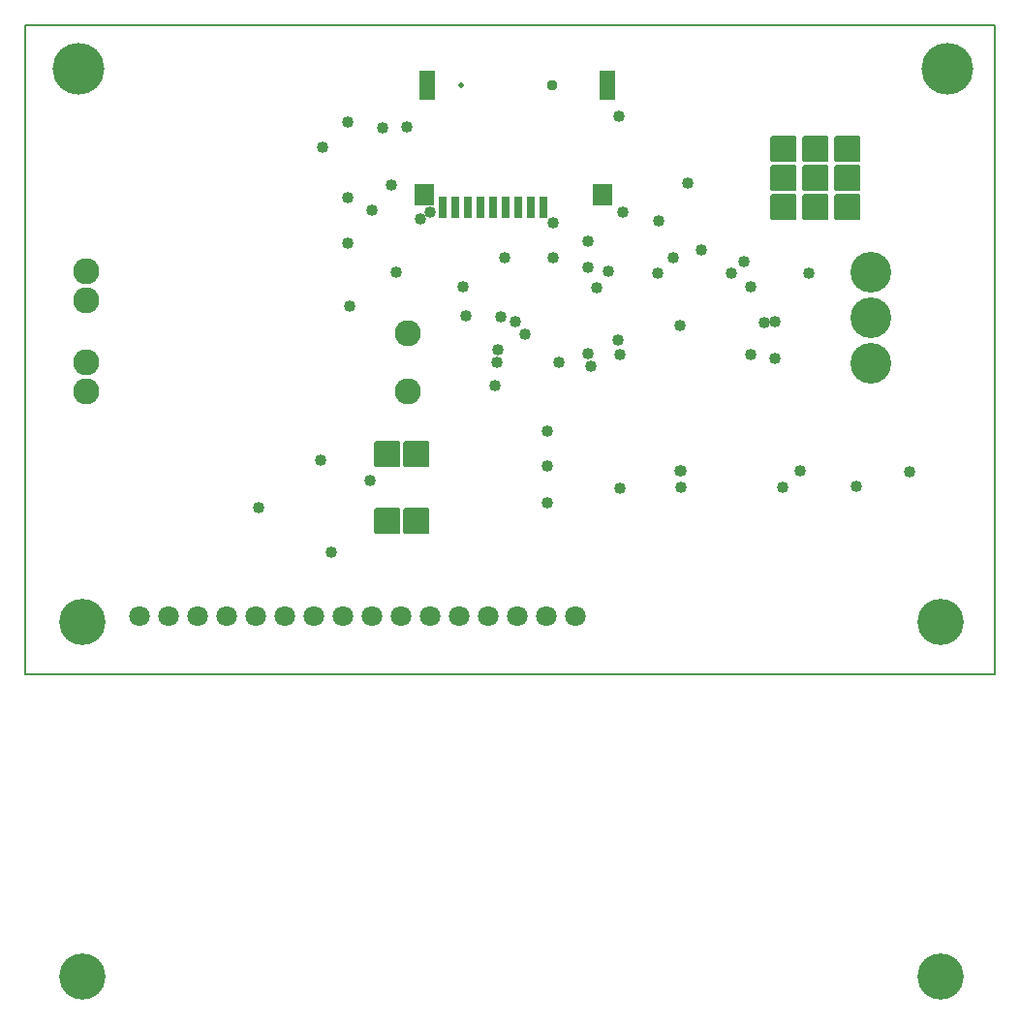
<source format=gbr>
G04 PROTEUS RS274X GERBER FILE*
%FSLAX45Y45*%
%MOMM*%
G01*
%ADD40C,1.016000*%
%ADD49C,2.286000*%
%ADD50C,3.556000*%
%AMPPAD045*
4,1,36,
-1.143000,-1.016000,
-1.143000,1.016000,
-1.140470,1.041970,
-1.133200,1.065980,
-1.121650,1.087580,
-1.106290,1.106290,
-1.087570,1.121650,
-1.065980,1.133200,
-1.041970,1.140470,
-1.016000,1.143000,
1.016000,1.143000,
1.041970,1.140470,
1.065980,1.133200,
1.087570,1.121650,
1.106290,1.106290,
1.121650,1.087580,
1.133200,1.065980,
1.140470,1.041970,
1.143000,1.016000,
1.143000,-1.016000,
1.140470,-1.041970,
1.133200,-1.065980,
1.121650,-1.087580,
1.106290,-1.106290,
1.087570,-1.121650,
1.065980,-1.133200,
1.041970,-1.140470,
1.016000,-1.143000,
-1.016000,-1.143000,
-1.041970,-1.140470,
-1.065980,-1.133200,
-1.087570,-1.121650,
-1.106290,-1.106290,
-1.121650,-1.087580,
-1.133200,-1.065980,
-1.140470,-1.041970,
-1.143000,-1.016000,
0*%
%ADD51PPAD045*%
%AMPPAD053*
4,1,4,
-0.350000,-0.950000,
0.350000,-0.950000,
0.350000,0.950000,
-0.350000,0.950000,
-0.350000,-0.950000,
0*%
%ADD59PPAD053*%
%AMPPAD054*
4,1,4,
-0.850000,-0.900000,
0.850000,-0.900000,
0.850000,0.900000,
-0.850000,0.900000,
-0.850000,-0.900000,
0*%
%ADD60PPAD054*%
%AMPPAD055*
4,1,4,
-0.700000,-1.300000,
0.700000,-1.300000,
0.700000,1.300000,
-0.700000,1.300000,
-0.700000,-1.300000,
0*%
%ADD61PPAD055*%
%ADD25C,0.960000*%
%ADD26C,0.500000*%
%AMPPAD051*
4,1,36,
-1.016000,1.143000,
1.016000,1.143000,
1.041970,1.140470,
1.065980,1.133200,
1.087580,1.121650,
1.106290,1.106290,
1.121650,1.087570,
1.133200,1.065980,
1.140470,1.041970,
1.143000,1.016000,
1.143000,-1.016000,
1.140470,-1.041970,
1.133200,-1.065980,
1.121650,-1.087570,
1.106290,-1.106290,
1.087580,-1.121650,
1.065980,-1.133200,
1.041970,-1.140470,
1.016000,-1.143000,
-1.016000,-1.143000,
-1.041970,-1.140470,
-1.065980,-1.133200,
-1.087580,-1.121650,
-1.106290,-1.106290,
-1.121650,-1.087570,
-1.133200,-1.065980,
-1.140470,-1.041970,
-1.143000,-1.016000,
-1.143000,1.016000,
-1.140470,1.041970,
-1.133200,1.065980,
-1.121650,1.087570,
-1.106290,1.106290,
-1.087580,1.121650,
-1.065980,1.133200,
-1.041970,1.140470,
-1.016000,1.143000,
0*%
%ADD57PPAD051*%
%ADD72C,1.800000*%
%ADD73C,4.050000*%
%ADD58C,4.508000*%
%ADD31C,0.203200*%
D40*
X-4900000Y+1990000D03*
X-4900000Y+1680000D03*
X-4900000Y+1360000D03*
X-4794748Y+2588185D03*
X-1728568Y+1630476D03*
X-2686372Y+1639569D03*
X-3740262Y+2906188D03*
X-2200000Y+1500000D03*
X-2837980Y+1497932D03*
X-4265049Y+2655765D03*
X-3121476Y+2652976D03*
X-4850000Y+3500000D03*
X-3121476Y+3250000D03*
X-3800000Y+3500000D03*
X-3004308Y+2931061D03*
X-4851917Y+3807813D03*
X-3183274Y+3466726D03*
X-3550000Y+3572798D03*
X-2908213Y+2940000D03*
X-2912764Y+2624450D03*
X-4280000Y+2780000D03*
X-3293530Y+3364239D03*
X-2613456Y+3366385D03*
X-3733245Y+1496384D03*
X-3734425Y+1639569D03*
X-3736084Y+1637910D03*
X-4266331Y+1488022D03*
X-3670905Y+4149953D03*
X-4540685Y+3415995D03*
X-4540593Y+3643875D03*
X-6336064Y+4638148D03*
X-6122591Y+4641435D03*
X-6865114Y+4464948D03*
X-3925154Y+3819253D03*
X-5269990Y+3504046D03*
X-5636004Y+3249840D03*
X-6876505Y+1736163D03*
X-5090797Y+2831653D03*
X-5182435Y+2939985D03*
X-5304083Y+2984167D03*
X-7421313Y+1316129D03*
X-5356295Y+2383548D03*
X-6005974Y+3838715D03*
X-5341123Y+2586619D03*
X-5330695Y+2696454D03*
X-6787764Y+923883D03*
X-6629515Y+3077872D03*
X-6216477Y+3377910D03*
X-6645036Y+3627901D03*
X-6258897Y+4133135D03*
X-6644253Y+4026780D03*
X-6644883Y+4689123D03*
X-4235184Y+3901058D03*
X-5605831Y+2990486D03*
X-4545851Y+2661570D03*
X-6450000Y+1550000D03*
X-4269818Y+4735797D03*
X-4469502Y+3236816D03*
X-4516849Y+2549453D03*
X-5922580Y+3897649D03*
X-6428834Y+3913696D03*
X-4369579Y+3381777D03*
X-3934903Y+3367215D03*
D49*
X-6120000Y+2330000D03*
X-6120000Y+2838000D03*
D50*
X-2070000Y+3372480D03*
X-2070000Y+2976240D03*
X-2070000Y+2580000D03*
D49*
X-8930000Y+3130000D03*
X-8930000Y+3384000D03*
X-8930000Y+2330000D03*
X-8930000Y+2584000D03*
D51*
X-2830000Y+3940000D03*
X-2830000Y+4194000D03*
X-2830000Y+4448000D03*
X-2550000Y+3940000D03*
X-2550000Y+4194000D03*
X-2550000Y+4448000D03*
X-2270000Y+3940000D03*
X-2270000Y+4194000D03*
X-2270000Y+4448000D03*
D59*
X-4935000Y+3942000D03*
X-5045000Y+3942000D03*
X-5155000Y+3942000D03*
X-5265000Y+3942000D03*
X-5375000Y+3942000D03*
X-5485000Y+3942000D03*
X-5595000Y+3942000D03*
X-5705000Y+3942000D03*
X-5815000Y+3942000D03*
D60*
X-5970000Y+4048000D03*
X-4420000Y+4048000D03*
D61*
X-5945000Y+5008000D03*
X-4375000Y+5008000D03*
D25*
X-4855000Y+5008000D03*
D26*
X-5655000Y+5008000D03*
D57*
X-6300000Y+1200000D03*
X-6046000Y+1200000D03*
X-6300000Y+1780000D03*
X-6046000Y+1780000D03*
D72*
X-8460000Y+370000D03*
X-8206000Y+370000D03*
X-7952000Y+370000D03*
X-7698000Y+370000D03*
X-7444000Y+370000D03*
X-7190000Y+370000D03*
X-6936000Y+370000D03*
X-6682000Y+370000D03*
X-6428000Y+370000D03*
X-6174000Y+370000D03*
X-5920000Y+370000D03*
X-5666000Y+370000D03*
X-5412000Y+370000D03*
X-5158000Y+370000D03*
X-4904000Y+370000D03*
X-4650000Y+370000D03*
D73*
X-8960000Y+320000D03*
X-8960000Y-2780000D03*
X-1460000Y+320000D03*
X-1460000Y-2780000D03*
D58*
X-9000000Y+5150000D03*
X-1400000Y+5150000D03*
D31*
X-9460000Y-140000D02*
X-990000Y-140000D01*
X-990000Y+5530000D01*
X-9460000Y+5530000D01*
X-9460000Y-140000D01*
M02*

</source>
